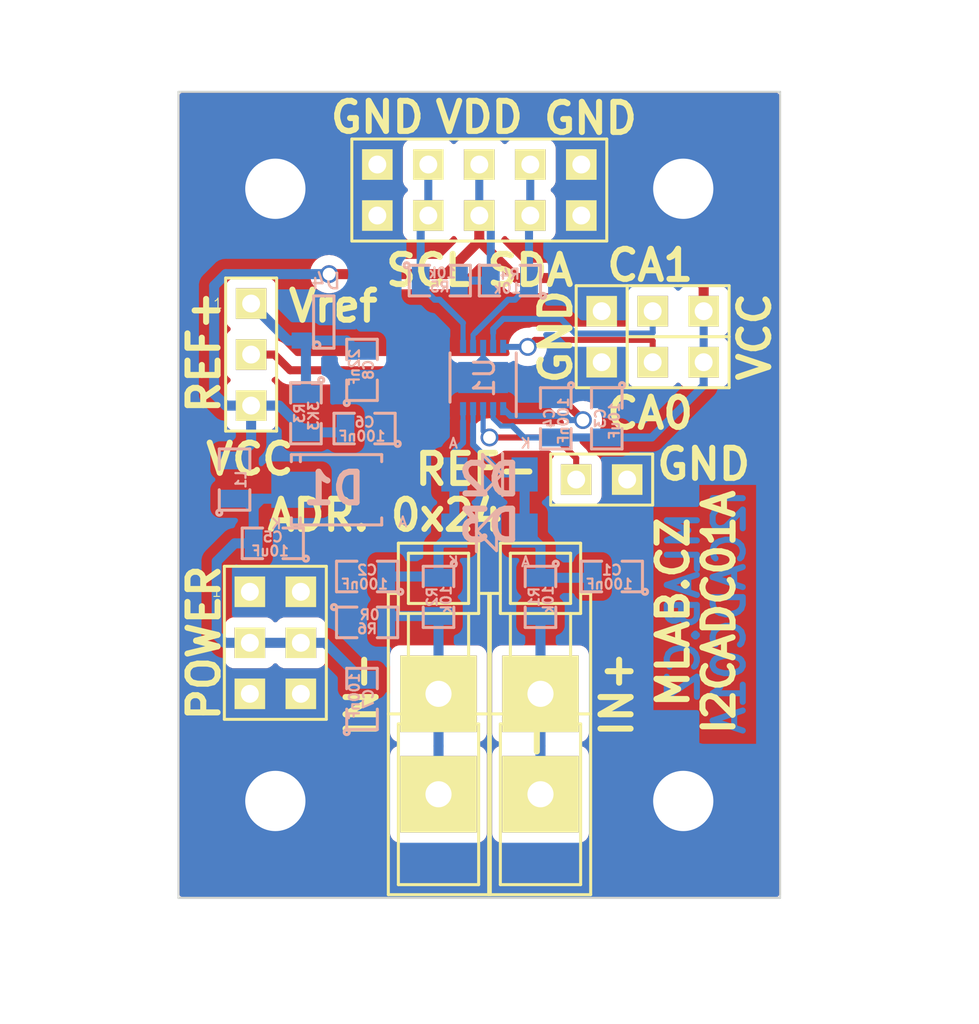
<source format=kicad_pcb>
(kicad_pcb (version 20221018) (generator pcbnew)
  (layers (0 "F.Cu" signal) (31 "B.Cu" signal) (34 "B.Paste" user) (35 "F.Paste" user) (36 "B.SilkS" user "B.Silkscreen") (37 "F.SilkS" user "F.Silkscreen") (38 "B.Mask" user) (39 "F.Mask" user) (44 "Edge.Cuts" user))
  (net 0 "")
  (net 1 "GND")
  (net 2 "Net-(C1-Pad2)")
  (net 3 "Net-(C2-Pad1)")
  (net 4 "VCC")
  (net 5 "Net-(J3-Pad2)")
  (net 6 "/CA0")
  (net 7 "/CA1")
  (net 8 "/SDA")
  (net 9 "/SCL")
  (net 10 "Net-(P1-Pad1)")
  (net 11 "Net-(P2-Pad1)")
  (net 12 "Net-(C5-Pad2)")
  (net 13 "Net-(J4-Pad2)")
  (net 14 "Net-(C8-Pad2)")
  (footprint "Mlab_Pin_Headers:Straight_2x03" (layer "F.Cu") (at 5.08 -12.954)
    (fp_text reference "J1" hide)
    (fp_text value "JUMP_3X2" hide)
    (fp_text user "1" (at -2.921 -2.54) (layer "F.SilkS") (effects (font (size 0.5 0.5) (thickness 0.05))))
    (pad "1" thru_hole rect (at -1.27 -2.54) (size 1.524 1.524) (drill 0.889) (layers "*.Cu" "*.Mask" "F.SilkS") (net 1 "GND"))
    (pad "2" thru_hole rect (at 1.27 -2.54) (size 1.524 1.524) (drill 0.889) (layers "*.Cu" "*.Mask" "F.SilkS") (net 1 "GND"))
    (pad "3" thru_hole rect (at -1.27 0) (size 1.524 1.524) (drill 0.889) (layers "*.Cu" "*.Mask" "F.SilkS") (net 12 "Net-(C5-Pad2)"))
    (pad "4" thru_hole rect (at 1.27 0) (size 1.524 1.524) (drill 0.889) (layers "*.Cu" "*.Mask" "F.SilkS") (net 12 "Net-(C5-Pad2)"))
    (pad "5" thru_hole rect (at -1.27 2.54) (size 1.524 1.524) (drill 0.889) (layers "*.Cu" "*.Mask" "F.SilkS") (net 1 "GND"))
    (pad "6" thru_hole rect (at 1.27 2.54) (size 1.524 1.524) (drill 0.889) (layers "*.Cu" "*.Mask" "F.SilkS") (net 1 "GND"))
  )
  (footprint "Mlab_Pin_Headers:Straight_2x01" (layer "F.Cu") (at 21.336 -21.082 180)
    (fp_text reference "J3" hide)
    (fp_text value "CONN_2" hide)
    (pad "1" thru_hole rect (at -1.27 0 180) (size 1.524 1.524) (drill 0.889) (layers "*.Cu" "*.Mask" "F.SilkS") (net 1 "GND"))
    (pad "2" thru_hole rect (at 1.27 0 180) (size 1.524 1.524) (drill 0.889) (layers "*.Cu" "*.Mask" "F.SilkS") (net 5 "Net-(J3-Pad2)"))
  )
  (footprint "Mlab_Pin_Headers:Straight_2x01" (layer "F.Cu") (at 25.146 -26.924 180)
    (fp_text reference "J5" hide)
    (fp_text value "JUMP2_2x1" hide)
    (pad "1" thru_hole rect (at -1.27 0 180) (size 1.524 1.524) (drill 0.889) (layers "*.Cu" "*.Mask" "F.SilkS") (net 4 "VCC"))
    (pad "2" thru_hole rect (at 1.27 0 180) (size 1.524 1.524) (drill 0.889) (layers "*.Cu" "*.Mask" "F.SilkS") (net 6 "/CA0"))
  )
  (footprint "Mlab_Pin_Headers:Straight_2x01" (layer "F.Cu") (at 25.146 -29.464 180)
    (fp_text reference "J6" hide)
    (fp_text value "JUMP2_2x1" hide)
    (pad "1" thru_hole rect (at -1.27 0 180) (size 1.524 1.524) (drill 0.889) (layers "*.Cu" "*.Mask" "F.SilkS") (net 4 "VCC"))
    (pad "2" thru_hole rect (at 1.27 0 180) (size 1.524 1.524) (drill 0.889) (layers "*.Cu" "*.Mask" "F.SilkS") (net 7 "/CA1"))
  )
  (footprint "Mlab_Pin_Headers:Straight_2x05" (layer "F.Cu") (at 15.24 -35.4965 -90)
    (fp_text reference "J7" hide)
    (fp_text value "JUMP_5X2" hide)
    (pad "1" thru_hole rect (at -1.27 -5.08 270) (size 1.524 1.524) (drill 0.889) (layers "*.Cu" "*.Mask" "F.SilkS") (net 1 "GND"))
    (pad "2" thru_hole rect (at 1.27 -5.08 270) (size 1.524 1.524) (drill 0.889) (layers "*.Cu" "*.Mask" "F.SilkS") (net 1 "GND"))
    (pad "3" thru_hole rect (at -1.27 -2.54 270) (size 1.524 1.524) (drill 0.889) (layers "*.Cu" "*.Mask" "F.SilkS") (net 8 "/SDA"))
    (pad "4" thru_hole rect (at 1.27 -2.54 270) (size 1.524 1.524) (drill 0.889) (layers "*.Cu" "*.Mask" "F.SilkS") (net 8 "/SDA"))
    (pad "5" thru_hole rect (at -1.27 0 270) (size 1.524 1.524) (drill 0.889) (layers "*.Cu" "*.Mask" "F.SilkS") (net 4 "VCC"))
    (pad "6" thru_hole rect (at 1.27 0 270) (size 1.524 1.524) (drill 0.889) (layers "*.Cu" "*.Mask" "F.SilkS") (net 4 "VCC"))
    (pad "7" thru_hole rect (at -1.27 2.54 270) (size 1.524 1.524) (drill 0.889) (layers "*.Cu" "*.Mask" "F.SilkS") (net 9 "/SCL"))
    (pad "8" thru_hole rect (at 1.27 2.54 270) (size 1.524 1.524) (drill 0.889) (layers "*.Cu" "*.Mask" "F.SilkS") (net 9 "/SCL"))
    (pad "9" thru_hole rect (at -1.27 5.08 270) (size 1.524 1.524) (drill 0.889) (layers "*.Cu" "*.Mask" "F.SilkS") (net 1 "GND"))
    (pad "10" thru_hole rect (at 1.27 5.08 270) (size 1.524 1.524) (drill 0.889) (layers "*.Cu" "*.Mask" "F.SilkS") (net 1 "GND"))
  )
  (footprint "Mlab_Mechanical:MountingHole_3mm" (layer "F.Cu") (at 5.08 -35.56)
    (fp_text reference "M1" hide)
    (fp_text value "HOLE" hide)
    (pad "1" thru_hole circle (at 0 0) (size 6 6) (drill 3) (layers "*.Cu" "*.Adhes" "*.Mask") (net 1 "GND") (clearance 1))
  )
  (footprint "Mlab_Mechanical:MountingHole_3mm" (layer "F.Cu") (at 25.4 -5.08)
    (fp_text reference "M2" hide)
    (fp_text value "HOLE" hide)
    (pad "1" thru_hole circle (at 0 0) (size 6 6) (drill 3) (layers "*.Cu" "*.Adhes" "*.Mask") (net 1 "GND") (clearance 1))
  )
  (footprint "Mlab_Mechanical:MountingHole_3mm" (layer "F.Cu") (at 25.4 -35.56)
    (fp_text reference "M3" hide)
    (fp_text value "HOLE" hide)
    (pad "1" thru_hole circle (at 0 0) (size 6 6) (drill 3) (layers "*.Cu" "*.Adhes" "*.Mask") (net 1 "GND") (clearance 1))
  )
  (footprint "Mlab_Mechanical:MountingHole_3mm" (layer "F.Cu") (at 5.08 -5.08)
    (fp_text reference "M4" hide)
    (fp_text value "HOLE" hide)
    (pad "1" thru_hole circle (at 0 0) (size 6 6) (drill 3) (layers "*.Cu" "*.Adhes" "*.Mask") (net 1 "GND") (clearance 1))
  )
  (footprint "Mlab_Con:WAGO256" (layer "F.Cu") (at 18.288 -7.874 90)
    (fp_text reference "P1" hide)
    (fp_text value "_" hide)
    (pad "1" thru_hole rect (at -2.46 0 180) (size 3.81 3.81) (drill 1.3) (layers "*.Cu" "*.Mask" "F.SilkS") (net 10 "Net-(P1-Pad1)"))
    (pad "1" thru_hole rect (at 2.54 0 180) (size 3.81 3.81) (drill 1.3) (layers "*.Cu" "*.Mask" "F.SilkS") (net 10 "Net-(P1-Pad1)"))
  )
  (footprint "Mlab_Con:WAGO256" (layer "F.Cu") (at 13.208 -7.874 90)
    (fp_text reference "P2" hide)
    (fp_text value "_" (at 0.254 4.064 90) (layer "F.SilkS") (effects (font (size 1.524 1.524) (thickness 0.3048))))
    (pad "1" thru_hole rect (at -2.46 0 180) (size 3.81 3.81) (drill 1.3) (layers "*.Cu" "*.Mask" "F.SilkS") (net 11 "Net-(P2-Pad1)"))
    (pad "1" thru_hole rect (at 2.54 0 180) (size 3.81 3.81) (drill 1.3) (layers "*.Cu" "*.Mask" "F.SilkS") (net 11 "Net-(P2-Pad1)"))
  )
  (footprint "Mlab_Pin_Headers:Straight_1x03" (layer "F.Cu") (at 3.8735 -27.305)
    (fp_text reference "J4" hide)
    (fp_text value "CONN_3" hide)
    (fp_text user "1" (at -1.651 -2.54) (layer "F.SilkS") (effects (font (size 0.5 0.5) (thickness 0.05))))
    (pad "1" thru_hole rect (at 0 -2.54) (size 1.524 1.524) (drill 0.889) (layers "*.Cu" "*.Mask" "F.SilkS") (net 14 "Net-(C8-Pad2)"))
    (pad "2" thru_hole rect (at 0 0) (size 1.524 1.524) (drill 0.889) (layers "*.Cu" "*.Mask" "F.SilkS") (net 13 "Net-(J4-Pad2)"))
    (pad "3" thru_hole rect (at 0 2.54) (size 1.524 1.524) (drill 0.889) (layers "*.Cu" "*.Mask" "F.SilkS") (net 4 "VCC"))
  )
  (footprint "Mlab_Pin_Headers:Straight_2x01" (layer "F.Cu") (at 21.336 -28.194 90)
    (fp_text reference "J8" hide)
    (fp_text value "CONN_2" hide)
    (pad "1" thru_hole rect (at -1.27 0 90) (size 1.524 1.524) (drill 0.889) (layers "*.Cu" "*.Mask" "F.SilkS") (net 1 "GND"))
    (pad "2" thru_hole rect (at 1.27 0 90) (size 1.524 1.524) (drill 0.889) (layers "*.Cu" "*.Mask" "F.SilkS") (net 1 "GND"))
  )
  (footprint "Mlab_R:SMD-0805" (layer "B.Cu") (at 21.844 -16.256 180)
    (fp_text reference "C1" (at 0 0.3175 180) (layer "B.SilkS") (effects (font (size 0.50038 0.50038) (thickness 0.10922)) (justify mirror)))
    (fp_text value "100nF" (at 0.127 -0.381 180) (layer "B.SilkS") (effects (font (size 0.50038 0.50038) (thickness 0.10922)) (justify mirror)))
    (pad "1" smd rect (at -0.9525 0 180) (size 0.889 1.397) (layers "B.Cu" "B.Paste" "B.Mask") (net 1 "GND"))
    (pad "2" smd rect (at 0.9525 0 180) (size 0.889 1.397) (layers "B.Cu" "B.Paste" "B.Mask") (net 2 "Net-(C1-Pad2)"))
  )
  (footprint "Mlab_R:SMD-0805" (layer "B.Cu") (at 9.652 -16.256 180)
    (fp_text reference "C2" (at 0 0.3175 180) (layer "B.SilkS") (effects (font (size 0.50038 0.50038) (thickness 0.10922)) (justify mirror)))
    (fp_text value "100nF" (at 0.127 -0.381 180) (layer "B.SilkS") (effects (font (size 0.50038 0.50038) (thickness 0.10922)) (justify mirror)))
    (pad "1" smd rect (at -0.9525 0 180) (size 0.889 1.397) (layers "B.Cu" "B.Paste" "B.Mask") (net 3 "Net-(C2-Pad1)"))
    (pad "2" smd rect (at 0.9525 0 180) (size 0.889 1.397) (layers "B.Cu" "B.Paste" "B.Mask") (net 1 "GND"))
  )
  (footprint "Mlab_R:SMD-0805" (layer "B.Cu") (at 21.59 -24.13 -90)
    (fp_text reference "C3" (at 0 0.3175 -90) (layer "B.SilkS") (effects (font (size 0.50038 0.50038) (thickness 0.10922)) (justify mirror)))
    (fp_text value "10uF" (at 0.127 -0.381 -90) (layer "B.SilkS") (effects (font (size 0.50038 0.50038) (thickness 0.10922)) (justify mirror)))
    (pad "1" smd rect (at -0.9525 0 270) (size 0.889 1.397) (layers "B.Cu" "B.Paste" "B.Mask") (net 1 "GND"))
    (pad "2" smd rect (at 0.9525 0 270) (size 0.889 1.397) (layers "B.Cu" "B.Paste" "B.Mask") (net 4 "VCC"))
  )
  (footprint "Mlab_R:SMD-0805" (layer "B.Cu") (at 19.05 -24.13 -90)
    (fp_text reference "C4" (at 0 0.3175 -90) (layer "B.SilkS") (effects (font (size 0.50038 0.50038) (thickness 0.10922)) (justify mirror)))
    (fp_text value "100nF" (at 0.127 -0.381 -90) (layer "B.SilkS") (effects (font (size 0.50038 0.50038) (thickness 0.10922)) (justify mirror)))
    (pad "1" smd rect (at -0.9525 0 270) (size 0.889 1.397) (layers "B.Cu" "B.Paste" "B.Mask") (net 1 "GND"))
    (pad "2" smd rect (at 0.9525 0 270) (size 0.889 1.397) (layers "B.Cu" "B.Paste" "B.Mask") (net 4 "VCC"))
  )
  (footprint "Mlab_D:SMA_Standard" (layer "B.Cu") (at 8.128 -20.574 180)
    (fp_text reference "D1" (at 0.127 0.0635 180) (layer "B.SilkS") (effects (font (size 1.524 1.524) (thickness 0.3048)) (justify mirror)))
    (fp_text value "M4" hide)
    (fp_text user "A" (at -3.29946 -1.6002 180) (layer "B.SilkS") (effects (font (size 0.50038 0.50038) (thickness 0.09906)) (justify mirror)))
    (fp_text user "K" (at 2.99974 -1.69926 180) (layer "B.SilkS") (effects (font (size 0.50038 0.50038) (thickness 0.09906)) (justify mirror)))
    (pad "1" smd rect (at -1.99898 0 180) (size 2.49936 1.80086) (layers "B.Cu" "B.Paste" "B.Mask") (net 1 "GND"))
    (pad "2" smd rect (at 1.99898 0 180) (size 2.49936 1.80086) (layers "B.Cu" "B.Paste" "B.Mask") (net 12 "Net-(C5-Pad2)"))
  )
  (footprint "Mlab_D:MiniMELF_Standard" (layer "B.Cu") (at 15.748 -18.542 180)
    (fp_text reference "D2" (at 0 2.54 180) (layer "B.SilkS") (effects (font (size 1.524 1.524) (thickness 0.3048)) (justify mirror)))
    (fp_text value "BAT46" hide)
    (fp_text user "K" (at 1.80086 -1.5494 180) (layer "B.SilkS") (effects (font (size 0.50038 0.50038) (thickness 0.09906)) (justify mirror)))
    (fp_text user "A" (at -1.80086 -1.5494 180) (layer "B.SilkS") (effects (font (size 0.50038 0.50038) (thickness 0.09906)) (justify mirror)))
    (pad "1" smd rect (at -1.75006 0 180) (size 1.30048 1.69926) (layers "B.Cu" "B.Paste" "B.Mask") (net 2 "Net-(C1-Pad2)"))
    (pad "2" smd rect (at 1.75006 0 180) (size 1.30048 1.69926) (layers "B.Cu" "B.Paste" "B.Mask") (net 3 "Net-(C2-Pad1)"))
  )
  (footprint "Mlab_D:MiniMELF_Standard" (layer "B.Cu") (at 15.748 -21.336)
    (fp_text reference "D3" (at 0 2.54) (layer "B.SilkS") (effects (font (size 1.524 1.524) (thickness 0.3048)) (justify mirror)))
    (fp_text value "BAT46" hide)
    (fp_text user "K" (at 1.80086 -1.5494) (layer "B.SilkS") (effects (font (size 0.50038 0.50038) (thickness 0.09906)) (justify mirror)))
    (fp_text user "A" (at -1.80086 -1.5494) (layer "B.SilkS") (effects (font (size 0.50038 0.50038) (thickness 0.09906)) (justify mirror)))
    (pad "1" smd rect (at -1.75006 0) (size 1.30048 1.69926) (layers "B.Cu" "B.Paste" "B.Mask") (net 3 "Net-(C2-Pad1)"))
    (pad "2" smd rect (at 1.75006 0) (size 1.30048 1.69926) (layers "B.Cu" "B.Paste" "B.Mask") (net 2 "Net-(C1-Pad2)"))
  )
  (footprint "Mlab_R:SMD-0805" (layer "B.Cu") (at 18.288 -15.24 -90)
    (fp_text reference "R1" (at 0 0.3175 -90) (layer "B.SilkS") (effects (font (size 0.50038 0.50038) (thickness 0.10922)) (justify mirror)))
    (fp_text value "10k" (at 0.127 -0.381 -90) (layer "B.SilkS") (effects (font (size 0.50038 0.50038) (thickness 0.10922)) (justify mirror)))
    (pad "1" smd rect (at -0.9525 0 270) (size 0.889 1.397) (layers "B.Cu" "B.Paste" "B.Mask") (net 2 "Net-(C1-Pad2)"))
    (pad "2" smd rect (at 0.9525 0 270) (size 0.889 1.397) (layers "B.Cu" "B.Paste" "B.Mask") (net 10 "Net-(P1-Pad1)"))
  )
  (footprint "Mlab_R:SMD-0805" (layer "B.Cu") (at 13.208 -15.24 -90)
    (fp_text reference "R2" (at 0 0.3175 -90) (layer "B.SilkS") (effects (font (size 0.50038 0.50038) (thickness 0.10922)) (justify mirror)))
    (fp_text value "10k" (at 0.127 -0.381 -90) (layer "B.SilkS") (effects (font (size 0.50038 0.50038) (thickness 0.10922)) (justify mirror)))
    (pad "1" smd rect (at -0.9525 0 270) (size 0.889 1.397) (layers "B.Cu" "B.Paste" "B.Mask") (net 3 "Net-(C2-Pad1)"))
    (pad "2" smd rect (at 0.9525 0 270) (size 0.889 1.397) (layers "B.Cu" "B.Paste" "B.Mask") (net 11 "Net-(P2-Pad1)"))
  )
  (footprint "Mlab_R:SMD-0805" (layer "B.Cu") (at 6.604 -24.384 -90)
    (fp_text reference "R3" (at 0 0.3175 -90) (layer "B.SilkS") (effects (font (size 0.50038 0.50038) (thickness 0.10922)) (justify mirror)))
    (fp_text value "3K3" (at 0.127 -0.381 -90) (layer "B.SilkS") (effects (font (size 0.50038 0.50038) (thickness 0.10922)) (justify mirror)))
    (pad "1" smd rect (at -0.9525 0 270) (size 0.889 1.397) (layers "B.Cu" "B.Paste" "B.Mask") (net 14 "Net-(C8-Pad2)"))
    (pad "2" smd rect (at 0.9525 0 270) (size 0.889 1.397) (layers "B.Cu" "B.Paste" "B.Mask") (net 4 "VCC"))
  )
  (footprint "Mlab_R:SMD-0805" (layer "B.Cu") (at 16.764 -30.988 180)
    (fp_text reference "R4" (at 0 0.3175 180) (layer "B.SilkS") (effects (font (size 0.50038 0.50038) (thickness 0.10922)) (justify mirror)))
    (fp_text value "10k" (at 0.127 -0.381 180) (layer "B.SilkS") (effects (font (size 0.50038 0.50038) (thickness 0.10922)) (justify mirror)))
    (pad "1" smd rect (at -0.9525 0 180) (size 0.889 1.397) (layers "B.Cu" "B.Paste" "B.Mask") (net 8 "/SDA"))
    (pad "2" smd rect (at 0.9525 0 180) (size 0.889 1.397) (layers "B.Cu" "B.Paste" "B.Mask") (net 4 "VCC"))
  )
  (footprint "Mlab_R:SMD-0805" (layer "B.Cu") (at 13.2715 -30.988)
    (fp_text reference "R5" (at 0 0.3175) (layer "B.SilkS") (effects (font (size 0.50038 0.50038) (thickness 0.10922)) (justify mirror)))
    (fp_text value "10k" (at 0.127 -0.381) (layer "B.SilkS") (effects (font (size 0.50038 0.50038) (thickness 0.10922)) (justify mirror)))
    (pad "1" smd rect (at -0.9525 0) (size 0.889 1.397) (layers "B.Cu" "B.Paste" "B.Mask") (net 9 "/SCL"))
    (pad "2" smd rect (at 0.9525 0) (size 0.889 1.397) (layers "B.Cu" "B.Paste" "B.Mask") (net 4 "VCC"))
  )
  (footprint "Housings_DFN_QFN:DFN-10-1EP_3x3mm_Pitch0.5mm" (layer "B.Cu") (at 15.4305 -26.162 90)
    (fp_text reference "U1" (at 0 0.0635 90) (layer "B.SilkS") (effects (justify mirror)))
    (fp_text value "LTC2485")
    (pad "1" smd rect (at -1.55 1 90) (size 0.65 0.3) (layers "B.Cu" "B.Paste" "B.Mask") (net 13 "Net-(J4-Pad2)"))
    (pad "2" smd rect (at -1.55 0.5 90) (size 0.65 0.3) (layers "B.Cu" "B.Paste" "B.Mask") (net 4 "VCC"))
    (pad "3" smd rect (at -1.55 0 90) (size 0.65 0.3) (layers "B.Cu" "B.Paste" "B.Mask") (net 5 "Net-(J3-Pad2)"))
    (pad "4" smd rect (at -1.55 -0.5 90) (size 0.65 0.3) (layers "B.Cu" "B.Paste" "B.Mask") (net 2 "Net-(C1-Pad2)"))
    (pad "5" smd rect (at -1.55 -1 90) (size 0.65 0.3) (layers "B.Cu" "B.Paste" "B.Mask") (net 3 "Net-(C2-Pad1)"))
    (pad "6" smd rect (at 1.55 -1 90) (size 0.65 0.3) (layers "B.Cu" "B.Paste" "B.Mask") (net 9 "/SCL"))
    (pad "7" smd rect (at 1.55 -0.5 90) (size 0.65 0.3) (layers "B.Cu" "B.Paste" "B.Mask") (net 8 "/SDA"))
    (pad "8" smd rect (at 1.55 0 90) (size 0.65 0.3) (layers "B.Cu" "B.Paste" "B.Mask") (net 1 "GND"))
    (pad "9" smd rect (at 1.55 0.5 90) (size 0.65 0.3) (layers "B.Cu" "B.Paste" "B.Mask") (net 7 "/CA1"))
    (pad "10" smd rect (at 1.55 1 90) (size 0.65 0.3) (layers "B.Cu" "B.Paste" "B.Mask") (net 6 "/CA0"))
    (pad "11" smd rect (at -0.3875 -0.62 90) (size 0.775 1.24) (layers "B.Cu" "B.Paste" "B.Mask") (net 1 "GND"))
    (pad "11" smd rect (at -0.3875 0.62 90) (size 0.775 1.24) (layers "B.Cu" "B.Paste" "B.Mask") (net 1 "GND"))
    (pad "11" smd rect (at 0.3875 -0.62 90) (size 0.775 1.24) (layers "B.Cu" "B.Paste" "B.Mask") (net 1 "GND"))
    (pad "11" smd rect (at 0.3875 0.62 90) (size 0.775 1.24) (layers "B.Cu" "B.Paste" "B.Mask") (net 1 "GND"))
  )
  (footprint "Mlab_IO:SOT-23" (layer "B.Cu") (at 7.493 -28.956 90)
    (fp_text reference "D4" (at 1.99898 0.09906) (layer "B.SilkS") (effects (font (size 0.762 0.762) (thickness 0.11938)) (justify mirror)))
    (fp_text value "LM4041-adj" hide)
    (pad "1" smd rect (at -0.9525 -1.09982 90) (size 0.8001 1.00076) (layers "B.Cu" "B.Paste" "B.Mask") (net 14 "Net-(C8-Pad2)"))
    (pad "2" smd rect (at 0.9525 -1.09982 90) (size 0.8001 1.00076) (layers "B.Cu" "B.Paste" "B.Mask") (net 1 "GND"))
    (pad "3" smd rect (at 0 1.09982 90) (size 0.8001 1.00076) (layers "B.Cu" "B.Paste" "B.Mask") (net 1 "GND"))
  )
  (footprint "Mlab_R:SMD-0805" (layer "B.Cu") (at 3.048 -21.082 90)
    (fp_text reference "L1" (at 0 0.3175 90) (layer "B.SilkS") (effects (font (size 0.50038 0.50038) (thickness 0.10922)) (justify mirror)))
    (fp_text value "BLM21PG300SN1D" hide)
    (pad "1" smd rect (at -0.9525 0 90) (size 0.889 1.397) (layers "B.Cu" "B.Paste" "B.Mask") (net 12 "Net-(C5-Pad2)"))
    (pad "2" smd rect (at 0.9525 0 90) (size 0.889 1.397) (layers "B.Cu" "B.Paste" "B.Mask") (net 4 "VCC"))
  )
  (footprint "Mlab_R:SMD-0805" (layer "B.Cu") (at 4.953 -17.907 180)
    (fp_text reference "C5" (at 0 0.3175 180) (layer "B.SilkS") (effects (font (size 0.50038 0.50038) (thickness 0.10922)) (justify mirror)))
    (fp_text value "10uF" (at 0.127 -0.381 180) (layer "B.SilkS") (effects (font (size 0.50038 0.50038) (thickness 0.10922)) (justify mirror)))
    (pad "1" smd rect (at -0.9525 0 180) (size 0.889 1.397) (layers "B.Cu" "B.Paste" "B.Mask") (net 1 "GND"))
    (pad "2" smd rect (at 0.9525 0 180) (size 0.889 1.397) (layers "B.Cu" "B.Paste" "B.Mask") (net 12 "Net-(C5-Pad2)"))
  )
  (footprint "Mlab_R:SMD-0805" (layer "B.Cu") (at 9.525 -23.622 180)
    (fp_text reference "C6" (at 0 0.3175 180) (layer "B.SilkS") (effects (font (size 0.50038 0.50038) (thickness 0.10922)) (justify mirror)))
    (fp_text value "100nF" (at 0.127 -0.381 180) (layer "B.SilkS") (effects (font (size 0.50038 0.50038) (thickness 0.10922)) (justify mirror)))
    (pad "1" smd rect (at -0.9525 0 180) (size 0.889 1.397) (layers "B.Cu" "B.Paste" "B.Mask") (net 1 "GND"))
    (pad "2" smd rect (at 0.9525 0 180) (size 0.889 1.397) (layers "B.Cu" "B.Paste" "B.Mask") (net 4 "VCC"))
  )
  (footprint "Mlab_R:SMD-0805" (layer "B.Cu") (at 9.398 -10.16 90)
    (fp_text reference "C7" (at 0 0.3175 90) (layer "B.SilkS") (effects (font (size 0.50038 0.50038) (thickness 0.10922)) (justify mirror)))
    (fp_text value "100nF" (at 0.127 -0.381 90) (layer "B.SilkS") (effects (font (size 0.50038 0.50038) (thickness 0.10922)) (justify mirror)))
    (pad "1" smd rect (at -0.9525 0 90) (size 0.889 1.397) (layers "B.Cu" "B.Paste" "B.Mask") (net 1 "GND"))
    (pad "2" smd rect (at 0.9525 0 90) (size 0.889 1.397) (layers "B.Cu" "B.Paste" "B.Mask") (net 12 "Net-(C5-Pad2)"))
  )
  (footprint "Mlab_R:SMD-0805" (layer "B.Cu") (at 9.398 -26.543 90)
    (fp_text reference "C8" (at 0 0.3175 90) (layer "B.SilkS") (effects (font (size 0.50038 0.50038) (thickness 0.10922)) (justify mirror)))
    (fp_text value "22nF" (at 0.127 -0.381 90) (layer "B.SilkS") (effects (font (size 0.50038 0.50038) (thickness 0.10922)) (justify mirror)))
    (pad "1" smd rect (at -0.9525 0 90) (size 0.889 1.397) (layers "B.Cu" "B.Paste" "B.Mask") (net 1 "GND"))
    (pad "2" smd rect (at 0.9525 0 90) (size 0.889 1.397) (layers "B.Cu" "B.Paste" "B.Mask") (net 14 "Net-(C8-Pad2)"))
  )
  (footprint "Mlab_R:SMD-0805" (layer "B.Cu") (at 9.652 -13.97)
    (fp_text reference "R6" (at 0 0.3175) (layer "B.SilkS") (effects (font (size 0.50038 0.50038) (thickness 0.10922)) (justify mirror)))
    (fp_text value "0R" (at 0.127 -0.381) (layer "B.SilkS") (effects (font (size 0.50038 0.50038) (thickness 0.10922)) (justify mirror)))
    (pad "1" smd rect (at -0.9525 0) (size 0.889 1.397) (layers "B.Cu" "B.Paste" "B.Mask") (net 1 "GND"))
    (pad "2" smd rect (at 0.9525 0) (size 0.889 1.397) (layers "B.Cu" "B.Paste" "B.Mask") (net 11 "Net-(P2-Pad1)"))
  )
  (gr_line (start 30.226 -40.386) (end 30.226 -0.254) (stroke (width 0.1)) (layer "Edge.Cuts"))
  (gr_line (start 0.254 -40.386) (end 30.226 -40.386) (stroke (width 0.1)) (layer "Edge.Cuts"))
  (gr_line (start 0.254 -0.254) (end 0.254 -40.386) (stroke (width 0.1)) (layer "Edge.Cuts"))
  (gr_line (start 30.226 -0.254) (end 0.254 -0.254) (stroke (width 0.1)) (layer "Edge.Cuts"))
  (gr_text "MLAB.CZ" (at 25.4 -14.732 90) (layer "B.Cu") (effects (font (size 1.5 1.5) (thickness 0.3)) (justify mirror)))
  (gr_text "I2CADC01A" (at 27.686 -14.478 90) (layer "B.Cu") (effects (font (size 1.5 1.5) (thickness 0.3)) (justify mirror)))
  (gr_text "CA0" (at 23.749 -24.384) (layer "F.SilkS") (effects (font (size 1.5 1.5) (thickness 0.3))))
  (gr_text "GND" (at 20.7772 -39.0652) (layer "F.SilkS") (effects (font (size 1.5 1.5) (thickness 0.3))))
  (gr_text "REF+" (at 1.524 -27.432 90) (layer "F.SilkS") (effects (font (size 1.5 1.5) (thickness 0.3))))
  (gr_text "REF-" (at 18.288 -21.59) (layer "F.SilkS") (effects (font (size 1.5 1.5) (thickness 0.3)) (justify right)))
  (gr_text "VCC" (at 28.956 -28.194 90) (layer "F.SilkS") (effects (font (size 1.5 1.5) (thickness 0.3))))
  (gr_text "Vref" (at 5.588 -29.718) (layer "F.SilkS") (effects (font (size 1.5 1.5) (thickness 0.3)) (justify left)))
  (gr_text "GND" (at 10.16 -39.116) (layer "F.SilkS") (effects (font (size 1.5 1.5) (thickness 0.3))))
  (gr_text "VCC" (at 3.81 -22.098) (layer "F.SilkS") (effects (font (size 1.5 1.5) (thickness 0.3))))
  (gr_text "GND" (at 26.416 -21.844) (layer "F.SilkS") (effects (font (size 1.5 1.5) (thickness 0.3))))
  (gr_text "CA1" (at 23.749 -31.75) (layer "F.SilkS") (effects (font (size 1.5 1.5) (thickness 0.3))))
  (gr_text "SDA" (at 17.78 -31.496) (layer "F.SilkS") (effects (font (size 1.5 1.5) (thickness 0.3))))
  (gr_text "SCL" (at 12.7 -31.496) (layer "F.SilkS") (effects (font (size 1.5 1.5) (thickness 0.3))))
  (gr_text "I2CADC01A" (at 27.178 -14.478 90) (layer "F.SilkS") (effects (font (size 1.5 1.5) (thickness 0.3))))
  (gr_text "ADR. 0x24" (at 10.541 -19.304) (layer "F.SilkS") (effects (font (size 1.5 1.5) (thickness 0.3))))
  (gr_text "IN-" (at 9.398 -8.128 90) (layer "F.SilkS") (effects (font (size 1.5 1.5) (thickness 0.3)) (justify left)))
  (gr_text "POWER" (at 1.524 -12.954 90) (layer "F.SilkS") (effects (font (size 1.5 1.5) (thickness 0.3))))
  (gr_text "IN+" (at 22.098 -8.128 90) (layer "F.SilkS") (effects (font (size 1.5 1.5) (thickness 0.3)) (justify left)))
  (gr_text "MLAB.CZ" (at 24.892 -14.478 90) (layer "F.SilkS") (effects (font (size 1.5 1.5) (thickness 0.3))))
  (gr_text "GND" (at 19.05 -28.194 90) (layer "F.SilkS") (effects (font (size 1.5 1.5) (thickness 0.3))))
  (gr_text "VDD" (at 15.24 -39.116) (layer "F.SilkS") (effects (font (size 1.5 1.5) (thickness 0.3))))
  (segment (start 10.16 -36.7665) (end 10.16 -34.2265) (width 0.4) (layer "B.Cu") (net 1))
  (segment (start 15.4305 -27.1695) (end 14.8105 -26.5495) (width 0.254) (layer "B.Cu") (net 1))
  (segment (start 20.32 -36.7665) (end 20.32 -34.2265) (width 0.4) (layer "B.Cu") (net 1))
  (segment (start 15.4305 -27.712) (end 15.4305 -27.1695) (width 0.254) (layer "B.Cu") (net 1))
  (segment (start 15.4305 -27.1695) (end 16.0505 -26.5495) (width 0.254) (layer "B.Cu") (net 1))
  (segment (start 17.49806 -21.336) (end 16.413638 -21.336) (width 0.3) (layer "B.Cu") (net 2))
  (segment (start 14.9305 -24.612) (end 14.9305 -23.846618) (width 0.254) (layer "B.Cu") (net 2))
  (segment (start 14.9305 -22.819138) (end 14.9305 -23.846618) (width 0.3) (layer "B.Cu") (net 2))
  (segment (start 17.49806 -18.542) (end 17.49806 -21.336) (width 0.5) (layer "B.Cu") (net 2))
  (segment (start 18.288 -16.1925) (end 18.288 -17.75206) (width 0.5) (layer "B.Cu") (net 2))
  (segment (start 20.828 -16.1925) (end 20.8915 -16.256) (width 0.5) (layer "B.Cu") (net 2))
  (segment (start 16.413638 -21.336) (end 14.9305 -22.819138) (width 0.3) (layer "B.Cu") (net 2))
  (segment (start 18.288 -16.1925) (end 20.828 -16.1925) (width 0.5) (layer "B.Cu") (net 2))
  (segment (start 18.288 -17.75206) (end 17.49806 -18.542) (width 0.5) (layer "B.Cu") (net 2))
  (segment (start 10.6045 -16.256) (end 13.1445 -16.256) (width 0.5) (layer "B.Cu") (net 3))
  (segment (start 13.208 -17.75206) (end 13.99794 -18.542) (width 0.5) (layer "B.Cu") (net 3))
  (segment (start 13.99794 -18.542) (end 13.99794 -21.336) (width 0.5) (layer "B.Cu") (net 3))
  (segment (start 14.4305 -24.3045) (end 14.43049 -24.30449) (width 0.254) (layer "B.Cu") (net 3))
  (segment (start 14.4305 -21.76856) (end 13.99794 -21.336) (width 0.254) (layer "B.Cu") (net 3))
  (segment (start 13.99794 -21.336) (end 13.99794 -22.48563) (width 0.3) (layer "B.Cu") (net 3))
  (segment (start 14.43049 -24.30449) (end 14.43049 -23.992878) (width 0.254) (layer "B.Cu") (net 3))
  (segment (start 13.208 -16.1925) (end 13.208 -17.75206) (width 0.5) (layer "B.Cu") (net 3))
  (segment (start 13.99794 -22.48563) (end 14.43049 -22.91818) (width 0.3) (layer "B.Cu") (net 3))
  (segment (start 13.1445 -16.256) (end 13.208 -16.1925) (width 0.5) (layer "B.Cu") (net 3))
  (segment (start 14.43049 -22.91818) (end 14.43049 -23.992878) (width 0.3) (layer "B.Cu") (net 3))
  (segment (start 14.4305 -24.612) (end 14.4305 -24.3045) (width 0.254) (layer "B.Cu") (net 3))
  (segment (start 15.24 -32.9645) (end 16.409241 -31.795259) (width 0.5) (layer "F.Cu") (net 4))
  (segment (start 15.24 -32.9645) (end 13.585499 -31.309999) (width 0.5) (layer "F.Cu") (net 4))
  (segment (start 15.24 -34.2265) (end 15.24 -32.9645) (width 0.5) (layer "F.Cu") (net 4))
  (segment (start 26.027 -31.115) (end 17.0895 -31.115) (width 0.5) (layer "F.Cu") (net 4))
  (segment (start 17.0895 -31.115) (end 16.409241 -31.795259) (width 0.5) (layer "F.Cu") (net 4))
  (segment (start 12.558207 -31.309999) (end 7.757524 -31.309999) (width 0.5) (layer "F.Cu") (net 4))
  (segment (start 13.585499 -31.309999) (end 12.558207 -31.309999) (width 0.5) (layer "F.Cu") (net 4))
  (segment (start 26.416 -30.726) (end 26.027 -31.115) (width 0.5) (layer "F.Cu") (net 4))
  (segment (start 26.416 -30.726) (end 26.416 -29.464) (width 0.5) (layer "F.Cu") (net 4))
  (via (at 7.757524 -31.309999) (size 0.889) (drill 0.635) (layers "F.Cu" "B.Cu") (net 4))
  (segment (start 15.8115 -30.988) (end 14.224 -30.988) (width 0.4) (layer "B.Cu") (net 4))
  (segment (start 3.8735 -24.765) (end 2.6115 -24.765) (width 0.5) (layer "B.Cu") (net 4))
  (segment (start 7.757524 -31.309999) (end 6.280149 -31.309999) (width 0.5) (layer "B.Cu") (net 4))
  (segment (start 15.24 -36.7665) (end 15.24 -34.2265) (width 0.4) (layer "B.Cu") (net 4))
  (segment (start 6.604 -23.4315) (end 8.5344 -23.4315) (width 0.5) (layer "B.Cu") (net 4))
  (segment (start 23.8315 -23.1775) (end 22.6885 -23.1775) (width 0.4) (layer "B.Cu") (net 4))
  (segment (start 16.891 -23.749) (end 17.4625 -23.1775) (width 0.3) (layer "B.Cu") (net 4))
  (segment (start 22.6885 -23.1775) (end 21.59 -23.1775) (width 0.4) (layer "B.Cu") (net 4))
  (segment (start 26.416 -26.924) (end 26.416 -25.762) (width 0.4) (layer "B.Cu") (net 4))
  (segment (start 3.8735 -24.765) (end 3.8735 -22.86) (width 0.5) (layer "B.Cu") (net 4))
  (segment (start 15.9305 -24.612) (end 15.9305 -24.136822) (width 0.254) (layer "B.Cu") (net 4))
  (segment (start 26.416 -26.924) (end 26.416 -29.464) (width 0.4) (layer "B.Cu") (net 4))
  (segment (start 2.032 -25.3445) (end 2.032 -30.73215) (width 0.5) (layer "B.Cu") (net 4))
  (segment (start 2.032 -30.73215) (end 2.609849 -31.309999) (width 0.5) (layer "B.Cu") (net 4))
  (segment (start 15.8115 -33.655) (end 15.24 -34.2265) (width 0.4) (layer "B.Cu") (net 4))
  (segment (start 15.9305 -24.136822) (end 16.318322 -23.749) (width 0.254) (layer "B.Cu") (net 4))
  (segment (start 26.416 -25.762) (end 23.8315 -23.1775) (width 0.4) (layer "B.Cu") (net 4))
  (segment (start 5.2705 -24.765) (end 6.604 -23.4315) (width 0.5) (layer "B.Cu") (net 4))
  (segment (start 3.406709 -22.393209) (end 3.048 -22.0345) (width 0.5) (layer "B.Cu") (net 4))
  (segment (start 3.8735 -22.86) (end 3.048 -22.0345) (width 0.5) (layer "B.Cu") (net 4))
  (segment (start 15.8115 -30.988) (end 15.8115 -33.655) (width 0.4) (layer "B.Cu") (net 4))
  (segment (start 21.59 -23.1775) (end 19.05 -23.1775) (width 0.4) (layer "B.Cu") (net 4))
  (segment (start 3.8735 -24.765) (end 5.2705 -24.765) (width 0.5) (layer "B.Cu") (net 4))
  (segment (start 2.6115 -24.765) (end 2.032 -25.3445) (width 0.5) (layer "B.Cu") (net 4))
  (segment (start 16.318322 -23.749) (end 16.891 -23.749) (width 0.254) (layer "B.Cu") (net 4))
  (segment (start 17.4625 -23.1775) (end 19.05 -23.1775) (width 0.3) (layer "B.Cu") (net 4))
  (segment (start 3.8735 -24.765) (end 3.8735 -24.7015) (width 0.5) (layer "B.Cu") (net 4))
  (segment (start 2.609849 -31.309999) (end 6.280149 -31.309999) (width 0.5) (layer "B.Cu") (net 4))
  (segment (start 15.748 -23.1775) (end 19.0325 -23.1775) (width 0.3) (layer "F.Cu") (net 5))
  (segment (start 19.0325 -23.1775) (end 20.066 -22.144) (width 0.3) (layer "F.Cu") (net 5))
  (segment (start 20.066 -22.144) (end 20.066 -21.082) (width 0.3) (layer "F.Cu") (net 5))
  (via (at 15.748 -23.1775) (size 0.889) (drill 0.635) (layers "F.Cu" "B.Cu") (net 5))
  (segment (start 15.4305 -23.495) (end 15.748 -23.1775) (width 0.254) (layer "B.Cu") (net 5))
  (segment (start 15.4305 -24.612) (end 15.4305 -23.495) (width 0.254) (layer "B.Cu") (net 5))
  (segment (start 18.003001 -28.036001) (end 17.653 -27.686) (width 0.3) (layer "F.Cu") (net 6))
  (segment (start 23.876 -27.986) (end 23.825999 -28.036001) (width 0.3) (layer "F.Cu") (net 6))
  (segment (start 23.876 -26.924) (end 23.876 -27.986) (width 0.3) (layer "F.Cu") (net 6))
  (segment (start 23.825999 -28.036001) (end 18.003001 -28.036001) (width 0.3) (layer "F.Cu") (net 6))
  (via (at 17.653 -27.686) (size 0.889) (drill 0.635) (layers "F.Cu" "B.Cu") (net 6))
  (segment (start 23.876 -26.924) (end 23.703142 -26.924) (width 0.3) (layer "B.Cu") (net 6))
  (segment (start 17.653 -27.686) (end 16.456501 -27.686) (width 0.3) (layer "B.Cu") (net 6))
  (segment (start 16.456501 -27.686) (end 16.430501 -27.712) (width 0.3) (layer "B.Cu") (net 6))
  (segment (start 23.876 -28.402) (end 23.876 -29.464) (width 0.3) (layer "B.Cu") (net 7))
  (segment (start 23.825999 -28.351999) (end 23.876 -28.402) (width 0.3) (layer "B.Cu") (net 7))
  (segment (start 16.42962 -29.083) (end 19.304 -29.083) (width 0.3) (layer "B.Cu") (net 7))
  (segment (start 20.035001 -28.351999) (end 23.825999 -28.351999) (width 0.3) (layer "B.Cu") (net 7))
  (segment (start 15.9305 -27.712) (end 15.9305 -28.3765) (width 0.254) (layer "B.Cu") (net 7))
  (segment (start 15.9305 -28.58388) (end 16.42962 -29.083) (width 0.3) (layer "B.Cu") (net 7))
  (segment (start 15.9305 -28.3765) (end 15.9305 -28.58388) (width 0.3) (layer "B.Cu") (net 7))
  (segment (start 19.304 -29.083) (end 20.035001 -28.351999) (width 0.3) (layer "B.Cu") (net 7))
  (segment (start 17.7165 -30.988) (end 17.7165 -30.734) (width 0.3) (layer "B.Cu") (net 8))
  (segment (start 17.7165 -30.734) (end 17.018 -30.0355) (width 0.3) (layer "B.Cu") (net 8))
  (segment (start 14.9305 -28.291) (end 15.027148 -28.387648) (width 0.254) (layer "B.Cu") (net 8))
  (segment (start 17.018 -30.0355) (end 16.675 -30.0355) (width 0.3) (layer "B.Cu") (net 8))
  (segment (start 17.78 -36.7665) (end 17.78 -34.2265) (width 0.4) (layer "B.Cu") (net 8))
  (segment (start 16.675 -30.0355) (end 15.027148 -28.387648) (width 0.3) (layer "B.Cu") (net 8))
  (segment (start 14.9305 -27.712) (end 14.9305 -28.291) (width 0.254) (layer "B.Cu") (net 8))
  (segment (start 17.7165 -30.988) (end 17.7165 -34.163) (width 0.4) (layer "B.Cu") (net 8))
  (segment (start 17.7165 -34.163) (end 17.78 -34.2265) (width 0.4) (layer "B.Cu") (net 8))
  (segment (start 12.319 -30.734) (end 13.0175 -30.0355) (width 0.3) (layer "B.Cu") (net 9))
  (segment (start 12.319 -33.8455) (end 12.7 -34.2265) (width 0.4) (layer "B.Cu") (net 9))
  (segment (start 12.7 -36.7665) (end 12.7 -34.2265) (width 0.4) (layer "B.Cu") (net 9))
  (segment (start 13.2715 -30.0355) (end 14.4305 -28.8765) (width 0.3) (layer "B.Cu") (net 9))
  (segment (start 13.0175 -30.0355) (end 13.2715 -30.0355) (width 0.3) (layer "B.Cu") (net 9))
  (segment (start 12.319 -30.988) (end 12.319 -33.8455) (width 0.4) (layer "B.Cu") (net 9))
  (segment (start 14.4305 -27.712) (end 14.4305 -28.8765) (width 0.254) (layer "B.Cu") (net 9))
  (segment (start 12.319 -30.988) (end 12.319 -30.734) (width 0.3) (layer "B.Cu") (net 9))
  (segment (start 18.288 -7.819) (end 18.288 -10.414) (width 0.5) (layer "B.Cu") (net 10))
  (segment (start 18.288 -5.414) (end 18.288 -7.819) (width 0.5) (layer "B.Cu") (net 10))
  (segment (start 18.288 -10.414) (end 18.288 -14.2875) (width 0.5) (layer "B.Cu") (net 10))
  (segment (start 13.208 -7.819) (end 13.208 -10.414) (width 0.5) (layer "B.Cu") (net 11))
  (segment (start 10.922 -14.2875) (end 10.6045 -13.97) (width 0.5) (layer "B.Cu") (net 11))
  (segment (start 13.208 -5.414) (end 13.208 -7.819) (width 0.5) (layer "B.Cu") (net 11))
  (segment (start 13.208 -10.414) (end 13.208 -14.2875) (width 0.5) (layer "B.Cu") (net 11))
  (segment (start 13.208 -14.2875) (end 10.922 -14.2875) (width 0.5) (layer "B.Cu") (net 11))
  (segment (start 4.0005 -19.6215) (end 4.0005 -19.730371) (width 0.5) (layer "B.Cu") (net 12))
  (segment (start 4.399629 -20.1295) (end 5.68452 -20.1295) (width 0.5) (layer "B.Cu") (net 12))
  (segment (start 4.0005 -19.6215) (end 3.4925 -20.1295) (width 0.5) (layer "B.Cu") (net 12))
  (segment (start 2.159 -13.343) (end 2.159 -17.01) (width 0.5) (layer "B.Cu") (net 12))
  (segment (start 3.81 -12.954) (end 6.35 -12.954) (width 0.5) (layer "B.Cu") (net 12))
  (segment (start 5.68452 -20.1295) (end 6.12902 -20.574) (width 0.5) (layer "B.Cu") (net 12))
  (segment (start 7.5565 -12.954) (end 9.398 -11.1125) (width 0.5) (layer "B.Cu") (net 12))
  (segment (start 2.159 -17.01) (end 3.056 -17.907) (width 0.5) (layer "B.Cu") (net 12))
  (segment (start 3.056 -17.907) (end 4.0005 -17.907) (width 0.5) (layer "B.Cu") (net 12))
  (segment (start 6.35 -12.954) (end 7.5565 -12.954) (width 0.5) (layer "B.Cu") (net 12))
  (segment (start 2.548 -12.954) (end 2.159 -13.343) (width 0.5) (layer "B.Cu") (net 12))
  (segment (start 6.4135 -12.8905) (end 6.35 -12.954) (width 0.5) (layer "B.Cu") (net 12))
  (segment (start 3.048 -20.1295) (end 4.399629 -20.1295) (width 0.5) (layer "B.Cu") (net 12))
  (segment (start 4.0005 -17.907) (end 4.0005 -19.6215) (width 0.5) (layer "B.Cu") (net 12))
  (segment (start 3.4925 -20.1295) (end 3.048 -20.1295) (width 0.5) (layer "B.Cu") (net 12))
  (segment (start 4.0005 -19.730371) (end 4.399629 -20.1295) (width 0.5) (layer "B.Cu") (net 12))
  (segment (start 3.81 -12.954) (end 2.548 -12.954) (width 0.5) (layer "B.Cu") (net 12))
  (segment (start 3.8735 -27.305) (end 5.0355 -27.305) (width 0.4) (layer "F.Cu") (net 13))
  (segment (start 5.816501 -26.523999) (end 8.495526 -26.523999) (width 0.4) (layer "F.Cu") (net 13))
  (segment (start 5.0355 -27.305) (end 5.816501 -26.523999) (width 0.4) (layer "F.Cu") (net 13))
  (segment (start 17.919595 -26.523999) (end 20.402158 -24.041436) (width 0.4) (layer "F.Cu") (net 13))
  (segment (start 8.495526 -26.523999) (end 17.919595 -26.523999) (width 0.4) (layer "F.Cu") (net 13))
  (via (at 20.402158 -24.041436) (size 0.889) (drill 0.635) (layers "F.Cu" "B.Cu") (net 13))
  (segment (start 20.402158 -24.041436) (end 19.773541 -24.041436) (width 0.3) (layer "B.Cu") (net 13))
  (segment (start 19.773541 -24.041436) (end 19.565969 -24.249008) (width 0.3) (layer "B.Cu") (net 13))
  (segment (start 16.793492 -24.249008) (end 16.430501 -24.611999) (width 0.3) (layer "B.Cu") (net 13))
  (segment (start 16.430501 -24.611999) (end 16.430501 -24.612) (width 0.3) (layer "B.Cu") (net 13))
  (segment (start 19.565969 -24.249008) (end 16.793492 -24.249008) (width 0.3) (layer "B.Cu") (net 13))
  (segment (start 3.937 -29.9085) (end 3.8735 -29.845) (width 0.5) (layer "B.Cu") (net 14))
  (segment (start 5.715 -28.0035) (end 3.8735 -29.845) (width 0.5) (layer "B.Cu") (net 14))
  (segment (start 8.626068 -28.0035) (end 9.266034 -27.363534) (width 0.5) (layer "B.Cu") (net 14))
  (segment (start 6.604 -25.3365) (end 6.604 -27.79268) (width 0.5) (layer "B.Cu") (net 14))
  (segment (start 6.49351 -28.0035) (end 6.39318 -28.0035) (width 0.4) (layer "B.Cu") (net 14))
  (segment (start 6.39318 -28.0035) (end 8.626068 -28.0035) (width 0.5) (layer "B.Cu") (net 14))
  (segment (start 6.604 -27.79268) (end 6.39318 -28.0035) (width 0.5) (layer "B.Cu") (net 14))
  (segment (start 6.39318 -28.0035) (end 5.715 -28.0035) (width 0.5) (layer "B.Cu") (net 14))
  (zone (net 1) (net_name "GND") (layer "F.Cu") (connect_pads yes (clearance 0.508)) (min_thickness 0.254) (fill yes (thermal_gap 0.508) (thermal_bridge_width 0.508))
    (polygon (pts (xy -6.7945 -44.958) (xy 40.132 -44.7675) (xy 38.5445 6.0325) (xy -8.636 5.207)))
  )
  (zone (net 1) (net_name "GND") (layer "B.Cu") (connect_pads yes (clearance 0.508)) (min_thickness 0.254) (fill yes (thermal_gap 0.508) (thermal_bridge_width 0.508))
    (polygon (pts (xy -2.667 -41.656) (xy 33.528 -41.656) (xy 32.9565 2.667) (xy -3.81 1.778)))
  )
)
</source>
